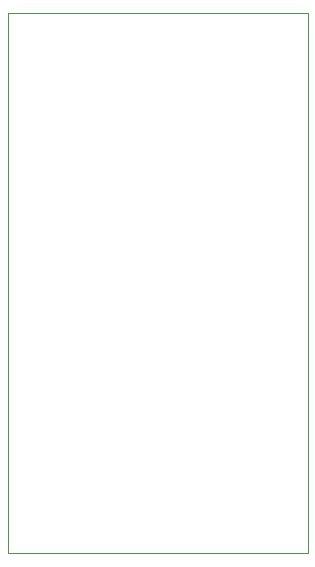
<source format=gm1>
G04 #@! TF.GenerationSoftware,KiCad,Pcbnew,9.0.6*
G04 #@! TF.CreationDate,2026-01-07T17:21:42-06:00*
G04 #@! TF.ProjectId,QFN-32_7x7_P0.65,51464e2d-3332-45f3-9778-375f50302e36,rev?*
G04 #@! TF.SameCoordinates,Original*
G04 #@! TF.FileFunction,Profile,NP*
%FSLAX46Y46*%
G04 Gerber Fmt 4.6, Leading zero omitted, Abs format (unit mm)*
G04 Created by KiCad (PCBNEW 9.0.6) date 2026-01-07 17:21:42*
%MOMM*%
%LPD*%
G01*
G04 APERTURE LIST*
G04 #@! TA.AperFunction,Profile*
%ADD10C,0.050000*%
G04 #@! TD*
G04 APERTURE END LIST*
D10*
X125730000Y-97790000D02*
X151130000Y-97790000D01*
X151130000Y-143510000D01*
X125730000Y-143510000D01*
X125730000Y-97790000D01*
M02*

</source>
